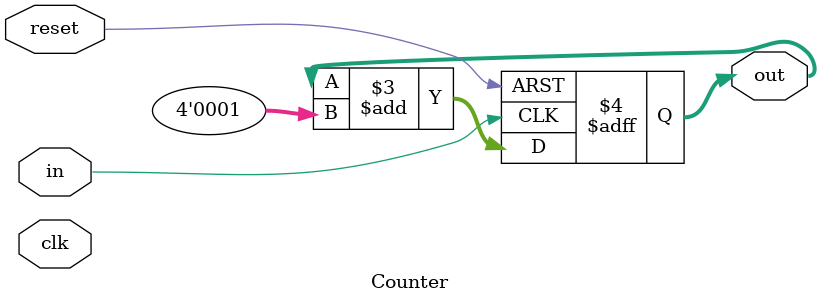
<source format=v>
`timescale 1ns / 1ps
module Counter(
	 input clk,
	 input reset,
    input in,
    output reg [3:0] out
    );
	 //reg [3:0] count = 4'b0000;

    always @ (posedge in or posedge reset) 
    begin
		  if (reset) out = 4'b0000;
		  else if (in == 1'b1) out = out + 4'b0001;
    end

endmodule

</source>
